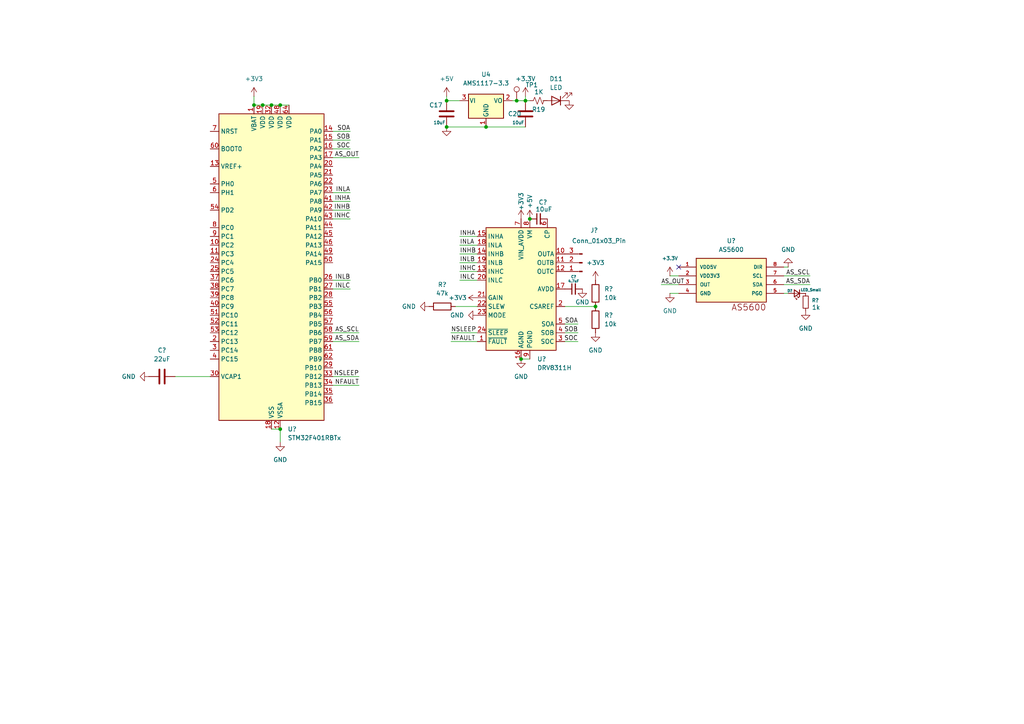
<source format=kicad_sch>
(kicad_sch (version 20250114) (generator "eeschema") (generator_version "9.0")
  (paper "A4")
  (title_block (title "FOC Controller"))
  (lib_symbols
    (symbol "+3.3V_1" (power) (pin_numbers (hide yes)) (pin_names (offset 0) (hide yes))
      (property "Value" "+3.3V" (at 0 3.556 0))
      (symbol "+3.3V_1_0_1"
        (polyline (pts (xy -0.762 1.27) (xy 0 2.54)))
        (polyline (pts (xy 0 2.54) (xy 0.762 1.27)))
        (polyline (pts (xy 0 0) (xy 0 2.54)))
      )
      (symbol "+3.3V_1_1_1"
        (pin power_in line (at 0 0 90) (length 0) (name "~") (number "1"))
      )
    )
    (symbol "AS5600:AS5600" (pin_names (offset 1.016))
      (property "Reference" "U" (at 0 0 0))
      (property "Value" "AS5600" (at 0 0 0))
      (symbol "AS5600_0_0"
        (rectangle (start -10.16 -7.62) (end 10.16 5.08) (stroke (width 0.254)) (fill (type background)))
        (text "AS5600" (at 0 -10.16 0) (effects (font (size 1.778 1.778)) (justify left bottom)))
        (pin power_in line (at -15.24 2.54 0) (length 5.08) (name "VDD5V") (number "1"))
        (pin power_in line (at -15.24 0 0) (length 5.08) (name "VDD3V3") (number "2"))
        (pin output line (at -15.24 -2.54 0) (length 5.08) (name "OUT") (number "3"))
        (pin power_in line (at -15.24 -5.08 0) (length 5.08) (name "GND") (number "4"))
        (pin input line (at 15.24 2.54 180) (length 5.08) (name "DIR") (number "8"))
        (pin input line (at 15.24 0 180) (length 5.08) (name "SCL") (number "7"))
        (pin bidirectional line (at 15.24 -2.54 180) (length 5.08) (name "SDA") (number "6"))
        (pin input line (at 15.24 -5.08 180) (length 5.08) (name "PGO") (number "5"))
      )
    )
    (symbol "Connector:Conn_01x03_Pin" (pin_names (offset 1.016) (hide yes))
      (property "Reference" "J" (at 0 5.08 0))
      (property "Value" "Conn_01x03_Pin" (at 0 -5.08 0))
      (symbol "Conn_01x03_Pin_1_1"
        (rectangle (start 0.8636 2.667) (end 0 2.413) (stroke (width 0.1524)) (fill (type outline)))
        (rectangle (start 0.8636 0.127) (end 0 -0.127) (stroke (width 0.1524)) (fill (type outline)))
        (rectangle (start 0.8636 -2.413) (end 0 -2.667) (stroke (width 0.1524)) (fill (type outline)))
        (polyline (pts (xy 1.27 2.54) (xy 0.8636 2.54)) (stroke (width 0.1524)))
        (polyline (pts (xy 1.27 0) (xy 0.8636 0)) (stroke (width 0.1524)))
        (polyline (pts (xy 1.27 -2.54) (xy 0.8636 -2.54)) (stroke (width 0.1524)))
        (pin passive line (at 5.08 2.54 180) (length 3.81) (name "Pin_1") (number "1"))
        (pin passive line (at 5.08 0 180) (length 3.81) (name "Pin_2") (number "2"))
        (pin passive line (at 5.08 -2.54 180) (length 3.81) (name "Pin_3") (number "3"))
      )
    )
    (symbol "Connector:TestPoint" (pin_numbers (hide yes)) (pin_names (offset 0.762) (hide yes))
      (property "Reference" "TP" (at 0 6.858 0))
      (property "Value" "TestPoint" (at 0 5.08 0))
      (symbol "TestPoint_0_1"
        (circle (center 0 3.302) (radius 0.762))
      )
      (symbol "TestPoint_1_1"
        (pin passive line (at 0 0 90) (length 2.54) (name "1") (number "1"))
      )
    )
    (symbol "Device:C" (pin_numbers (hide yes)) (pin_names (offset 0.254))
      (property "Reference" "C" (at 0.635 2.54 0))
      (property "Value" "C" (at 0.635 -2.54 0))
      (symbol "C_0_1"
        (polyline (pts (xy -2.032 0.762) (xy 2.032 0.762)) (stroke (width 0.508)))
        (polyline (pts (xy -2.032 -0.762) (xy 2.032 -0.762)) (stroke (width 0.508)))
      )
      (symbol "C_1_1"
        (pin passive line (at 0 3.81 270) (length 2.794) (name "~") (number "1"))
        (pin passive line (at 0 -3.81 90) (length 2.794) (name "~") (number "2"))
      )
    )
    (symbol "Device:C_Small" (pin_numbers (hide yes)) (pin_names (offset 0.254) (hide yes))
      (property "Reference" "C" (at 0.254 1.778 0))
      (property "Value" "C_Small" (at 0.254 -2.032 0))
      (symbol "C_Small_0_1"
        (polyline (pts (xy -1.524 0.508) (xy 1.524 0.508)) (stroke (width 0.3048)))
        (polyline (pts (xy -1.524 -0.508) (xy 1.524 -0.508)) (stroke (width 0.3302)))
      )
      (symbol "C_Small_1_1"
        (pin passive line (at 0 2.54 270) (length 2.032) (name "~") (number "1"))
        (pin passive line (at 0 -2.54 90) (length 2.032) (name "~") (number "2"))
      )
    )
    (symbol "Device:LED" (pin_numbers (hide yes)) (pin_names (offset 1.016) (hide yes))
      (property "Reference" "D" (at 0 2.54 0))
      (property "Value" "LED" (at 0 -2.54 0))
      (symbol "LED_0_1"
        (polyline (pts (xy -3.048 -0.762) (xy -4.572 -2.286) (xy -3.81 -2.286) (xy -4.572 -2.286) (xy -4.572 -1.524)))
        (polyline (pts (xy -1.778 -0.762) (xy -3.302 -2.286) (xy -2.54 -2.286) (xy -3.302 -2.286) (xy -3.302 -1.524)))
        (polyline (pts (xy -1.27 0) (xy 1.27 0)))
        (polyline (pts (xy -1.27 -1.27) (xy -1.27 1.27)) (stroke (width 0.254)))
        (polyline (pts (xy 1.27 -1.27) (xy 1.27 1.27) (xy -1.27 0) (xy 1.27 -1.27)) (stroke (width 0.254)))
      )
      (symbol "LED_1_1"
        (pin passive line (at -3.81 0 0) (length 2.54) (name "K") (number "1"))
        (pin passive line (at 3.81 0 180) (length 2.54) (name "A") (number "2"))
      )
    )
    (symbol "Device:LED_Small" (pin_numbers (hide yes)) (pin_names (offset 0.254) (hide yes))
      (property "Reference" "D" (at -1.27 3.175 0))
      (property "Value" "LED_Small" (at -4.445 -2.54 0))
      (symbol "LED_Small_0_1"
        (polyline (pts (xy -0.762 -1.016) (xy -0.762 1.016)) (stroke (width 0.254)))
        (polyline (pts (xy 0 0.762) (xy -0.508 1.27) (xy -0.254 1.27) (xy -0.508 1.27) (xy -0.508 1.016)))
        (polyline (pts (xy 0.508 1.27) (xy 0 1.778) (xy 0.254 1.778) (xy 0 1.778) (xy 0 1.524)))
        (polyline (pts (xy 0.762 -1.016) (xy -0.762 0) (xy 0.762 1.016) (xy 0.762 -1.016)) (stroke (width 0.254)))
        (polyline (pts (xy 1.016 0) (xy -0.762 0)))
      )
      (symbol "LED_Small_1_1"
        (pin passive line (at -2.54 0 0) (length 1.778) (name "K") (number "1"))
        (pin passive line (at 2.54 0 180) (length 1.778) (name "A") (number "2"))
      )
    )
    (symbol "Device:R" (pin_numbers (hide yes)) (pin_names (offset 0))
      (property "Reference" "R" (at 2.032 0 90))
      (property "Value" "R" (at 0 0 90))
      (symbol "R_0_1"
        (rectangle (start -1.016 -2.54) (end 1.016 2.54) (stroke (width 0.254)))
      )
      (symbol "R_1_1"
        (pin passive line (at 0 3.81 270) (length 1.27) (name "~") (number "1"))
        (pin passive line (at 0 -3.81 90) (length 1.27) (name "~") (number "2"))
      )
    )
    (symbol "Device:R_Small" (pin_numbers (hide yes)) (pin_names (offset 0.254) (hide yes))
      (property "Reference" "R" (at 0 0 90))
      (property "Value" "R_Small" (at 1.778 0 90))
      (symbol "R_Small_0_1"
        (rectangle (start -0.762 1.778) (end 0.762 -1.778) (stroke (width 0.2032)))
      )
      (symbol "R_Small_1_1"
        (pin passive line (at 0 2.54 270) (length 0.762) (name "~") (number "1"))
        (pin passive line (at 0 -2.54 90) (length 0.762) (name "~") (number "2"))
      )
    )
    (symbol "Device:R_Small_US" (pin_numbers (hide yes)) (pin_names (offset 0.254) (hide yes))
      (property "Reference" "R" (at 0.762 0.508 0))
      (property "Value" "R_Small_US" (at 0.762 -1.016 0))
      (symbol "R_Small_US_1_1"
        (polyline (pts (xy 0 1.524) (xy 1.016 1.143) (xy 0 0.762) (xy -1.016 0.381) (xy 0 0)))
        (polyline (pts (xy 0 0) (xy 1.016 -0.381) (xy 0 -0.762) (xy -1.016 -1.143) (xy 0 -1.524)))
        (pin passive line (at 0 2.54 270) (length 1.016) (name "~") (number "1"))
        (pin passive line (at 0 -2.54 90) (length 1.016) (name "~") (number "2"))
      )
    )
    (symbol "Driver_Motor:DRV8311H"
      (property "Reference" "U" (at -9.652 19.05 0))
      (property "Value" "DRV8311H" (at 9.652 19.05 0))
      (symbol "DRV8311H_0_1"
        (rectangle (start -10.16 17.78) (end 10.16 -17.78) (stroke (width 0.254)) (fill (type background)))
      )
      (symbol "DRV8311H_1_1"
        (pin input line (at -12.7 15.24 0) (length 2.54) (name "INHA") (number "15"))
        (pin input line (at -12.7 12.7 0) (length 2.54) (name "INLA") (number "18"))
        (pin input line (at -12.7 10.16 0) (length 2.54) (name "INHB") (number "14"))
        (pin input line (at -12.7 7.62 0) (length 2.54) (name "INLB") (number "19"))
        (pin input line (at -12.7 5.08 0) (length 2.54) (name "INHC") (number "13"))
        (pin input line (at -12.7 2.54 0) (length 2.54) (name "INLC") (number "20"))
        (pin input line (at -12.7 -2.54 0) (length 2.54) (name "GAIN") (number "21"))
        (pin input line (at -12.7 -5.08 0) (length 2.54) (name "SLEW") (number "22"))
        (pin input line (at -12.7 -7.62 0) (length 2.54) (name "MODE") (number "23"))
        (pin input line (at -12.7 -12.7 0) (length 2.54) (name "~{SLEEP}") (number "24"))
        (pin open_collector line (at -12.7 -15.24 0) (length 2.54) (name "~{FAULT}") (number "1"))
        (pin power_in line (at 0 20.32 270) (length 2.54) (name "VIN_AVDD") (number "7"))
        (pin power_in line (at 0 -20.32 90) (length 2.54) (name "AGND") (number "16"))
        (pin power_in line (at 2.54 20.32 270) (length 2.54) (name "VM") (number "8"))
        (pin passive line (at 2.54 -20.32 90) (length 2.54) (hide yes) (name "PGND") (number "25"))
        (pin power_in line (at 2.54 -20.32 90) (length 2.54) (name "PGND") (number "9"))
        (pin input line (at 7.62 20.32 270) (length 2.54) (name "CP") (number "6"))
        (pin tri_state line (at 12.7 10.16 180) (length 2.54) (name "OUTA") (number "10"))
        (pin tri_state line (at 12.7 7.62 180) (length 2.54) (name "OUTB") (number "11"))
        (pin tri_state line (at 12.7 5.08 180) (length 2.54) (name "OUTC") (number "12"))
        (pin power_out line (at 12.7 0 180) (length 2.54) (name "AVDD") (number "17"))
        (pin input line (at 12.7 -5.08 180) (length 2.54) (name "CSAREF") (number "2"))
        (pin output line (at 12.7 -10.16 180) (length 2.54) (name "SOA") (number "5"))
        (pin output line (at 12.7 -12.7 180) (length 2.54) (name "SOB") (number "4"))
        (pin output line (at 12.7 -15.24 180) (length 2.54) (name "SOC") (number "3"))
      )
    )
    (symbol "MCU_ST_STM32F4:STM32F401RBTx"
      (property "Reference" "U" (at -15.24 46.99 0))
      (property "Value" "STM32F401RBTx" (at 7.62 46.99 0))
      (symbol "STM32F401RBTx_0_1"
        (rectangle (start -15.24 -43.18) (end 15.24 45.72) (stroke (width 0.254)) (fill (type background)))
      )
      (symbol "STM32F401RBTx_1_1"
        (pin input line (at -17.78 40.64 0) (length 2.54) (name "NRST") (number "7"))
        (pin input line (at -17.78 35.56 0) (length 2.54) (name "BOOT0") (number "60"))
        (pin input line (at -17.78 30.48 0) (length 2.54) (name "VREF+") (number "13"))
        (pin bidirectional line (at -17.78 25.4 0) (length 2.54) (name "PH0") (number "5"))
        (pin bidirectional line (at -17.78 22.86 0) (length 2.54) (name "PH1") (number "6"))
        (pin bidirectional line (at -17.78 17.78 0) (length 2.54) (name "PD2") (number "54"))
        (pin bidirectional line (at -17.78 12.7 0) (length 2.54) (name "PC0") (number "8"))
        (pin bidirectional line (at -17.78 10.16 0) (length 2.54) (name "PC1") (number "9"))
        (pin bidirectional line (at -17.78 7.62 0) (length 2.54) (name "PC2") (number "10"))
        (pin bidirectional line (at -17.78 5.08 0) (length 2.54) (name "PC3") (number "11"))
        (pin bidirectional line (at -17.78 2.54 0) (length 2.54) (name "PC4") (number "24"))
        (pin bidirectional line (at -17.78 0 0) (length 2.54) (name "PC5") (number "25"))
        (pin bidirectional line (at -17.78 -2.54 0) (length 2.54) (name "PC6") (number "37"))
        (pin bidirectional line (at -17.78 -5.08 0) (length 2.54) (name "PC7") (number "38"))
        (pin bidirectional line (at -17.78 -7.62 0) (length 2.54) (name "PC8") (number "39"))
        (pin bidirectional line (at -17.78 -10.16 0) (length 2.54) (name "PC9") (number "40"))
        (pin bidirectional line (at -17.78 -12.7 0) (length 2.54) (name "PC10") (number "51"))
        (pin bidirectional line (at -17.78 -15.24 0) (length 2.54) (name "PC11") (number "52"))
        (pin bidirectional line (at -17.78 -17.78 0) (length 2.54) (name "PC12") (number "53"))
        (pin bidirectional line (at -17.78 -20.32 0) (length 2.54) (name "PC13") (number "2"))
        (pin bidirectional line (at -17.78 -22.86 0) (length 2.54) (name "PC14") (number "3"))
        (pin bidirectional line (at -17.78 -25.4 0) (length 2.54) (name "PC15") (number "4"))
        (pin power_out line (at -17.78 -30.48 0) (length 2.54) (name "VCAP1") (number "30"))
        (pin power_in line (at -5.08 48.26 270) (length 2.54) (name "VBAT") (number "1"))
        (pin power_in line (at -2.54 48.26 270) (length 2.54) (name "VDD") (number "19"))
        (pin power_in line (at 0 48.26 270) (length 2.54) (name "VDD") (number "32"))
        (pin power_in line (at 0 -45.72 90) (length 2.54) (name "VSS") (number "18"))
        (pin passive line (at 0 -45.72 90) (length 2.54) (hide yes) (name "VSS") (number "31"))
        (pin passive line (at 0 -45.72 90) (length 2.54) (hide yes) (name "VSS") (number "47"))
        (pin passive line (at 0 -45.72 90) (length 2.54) (hide yes) (name "VSS") (number "63"))
        (pin power_in line (at 2.54 48.26 270) (length 2.54) (name "VDD") (number "48"))
        (pin power_in line (at 2.54 -45.72 90) (length 2.54) (name "VSSA") (number "12"))
        (pin power_in line (at 5.08 48.26 270) (length 2.54) (name "VDD") (number "64"))
        (pin bidirectional line (at 17.78 40.64 180) (length 2.54) (name "PA0") (number "14"))
        (pin bidirectional line (at 17.78 38.1 180) (length 2.54) (name "PA1") (number "15"))
        (pin bidirectional line (at 17.78 35.56 180) (length 2.54) (name "PA2") (number "16"))
        (pin bidirectional line (at 17.78 33.02 180) (length 2.54) (name "PA3") (number "17"))
        (pin bidirectional line (at 17.78 30.48 180) (length 2.54) (name "PA4") (number "20"))
        (pin bidirectional line (at 17.78 27.94 180) (length 2.54) (name "PA5") (number "21"))
        (pin bidirectional line (at 17.78 25.4 180) (length 2.54) (name "PA6") (number "22"))
        (pin bidirectional line (at 17.78 22.86 180) (length 2.54) (name "PA7") (number "23"))
        (pin bidirectional line (at 17.78 20.32 180) (length 2.54) (name "PA8") (number "41"))
        (pin bidirectional line (at 17.78 17.78 180) (length 2.54) (name "PA9") (number "42"))
        (pin bidirectional line (at 17.78 15.24 180) (length 2.54) (name "PA10") (number "43"))
        (pin bidirectional line (at 17.78 12.7 180) (length 2.54) (name "PA11") (number "44"))
        (pin bidirectional line (at 17.78 10.16 180) (length 2.54) (name "PA12") (number "45"))
        (pin bidirectional line (at 17.78 7.62 180) (length 2.54) (name "PA13") (number "46"))
        (pin bidirectional line (at 17.78 5.08 180) (length 2.54) (name "PA14") (number "49"))
        (pin bidirectional line (at 17.78 2.54 180) (length 2.54) (name "PA15") (number "50"))
        (pin bidirectional line (at 17.78 -2.54 180) (length 2.54) (name "PB0") (number "26"))
        (pin bidirectional line (at 17.78 -5.08 180) (length 2.54) (name "PB1") (number "27"))
        (pin bidirectional line (at 17.78 -7.62 180) (length 2.54) (name "PB2") (number "28"))
        (pin bidirectional line (at 17.78 -10.16 180) (length 2.54) (name "PB3") (number "55"))
        (pin bidirectional line (at 17.78 -12.7 180) (length 2.54) (name "PB4") (number "56"))
        (pin bidirectional line (at 17.78 -15.24 180) (length 2.54) (name "PB5") (number "57"))
        (pin bidirectional line (at 17.78 -17.78 180) (length 2.54) (name "PB6") (number "58"))
        (pin bidirectional line (at 17.78 -20.32 180) (length 2.54) (name "PB7") (number "59"))
        (pin bidirectional line (at 17.78 -22.86 180) (length 2.54) (name "PB8") (number "61"))
        (pin bidirectional line (at 17.78 -25.4 180) (length 2.54) (name "PB9") (number "62"))
        (pin bidirectional line (at 17.78 -27.94 180) (length 2.54) (name "PB10") (number "29"))
        (pin bidirectional line (at 17.78 -30.48 180) (length 2.54) (name "PB12") (number "33"))
        (pin bidirectional line (at 17.78 -33.02 180) (length 2.54) (name "PB13") (number "34"))
        (pin bidirectional line (at 17.78 -35.56 180) (length 2.54) (name "PB14") (number "35"))
        (pin bidirectional line (at 17.78 -38.1 180) (length 2.54) (name "PB15") (number "36"))
      )
    )
    (symbol "Regulator_Linear:AMS1117-3.3" (pin_names (offset 0.254))
      (property "Reference" "U" (at -3.81 3.175 0))
      (property "Value" "AMS1117-3.3" (at 0 3.175 0))
      (symbol "AMS1117-3.3_0_1"
        (rectangle (start -5.08 -5.08) (end 5.08 1.905) (stroke (width 0.254)) (fill (type background)))
      )
      (symbol "AMS1117-3.3_1_1"
        (pin power_in line (at -7.62 0 0) (length 2.54) (name "VI") (number "3"))
        (pin power_in line (at 0 -7.62 90) (length 2.54) (name "GND") (number "1"))
        (pin power_out line (at 7.62 0 180) (length 2.54) (name "VO") (number "2"))
      )
    )
    (symbol "power:+3.3V" (power) (pin_names (offset 0))
      (property "Value" "+3.3V" (at 0 3.556 0))
      (symbol "+3.3V_0_1"
        (polyline (pts (xy -0.762 1.27) (xy 0 2.54)))
        (polyline (pts (xy 0 2.54) (xy 0.762 1.27)))
        (polyline (pts (xy 0 0) (xy 0 2.54)))
      )
      (symbol "+3.3V_1_1"
        (pin power_in line (at 0 0 90) (length 0) (hide yes) (name "+3.3V") (number "1"))
      )
    )
    (symbol "power:+3V3" (power) (pin_numbers (hide yes)) (pin_names (offset 0) (hide yes))
      (property "Value" "+3V3" (at 0 3.556 0))
      (symbol "+3V3_0_1"
        (polyline (pts (xy -0.762 1.27) (xy 0 2.54)))
        (polyline (pts (xy 0 2.54) (xy 0.762 1.27)))
        (polyline (pts (xy 0 0) (xy 0 2.54)))
      )
      (symbol "+3V3_1_1"
        (pin power_in line (at 0 0 90) (length 0) (name "~") (number "1"))
      )
    )
    (symbol "power:+5V" (power) (pin_numbers (hide yes)) (pin_names (offset 0) (hide yes))
      (property "Value" "+5V" (at 0 3.556 0))
      (symbol "+5V_0_1"
        (polyline (pts (xy -0.762 1.27) (xy 0 2.54)))
        (polyline (pts (xy 0 2.54) (xy 0.762 1.27)))
        (polyline (pts (xy 0 0) (xy 0 2.54)))
      )
      (symbol "+5V_1_1"
        (pin power_in line (at 0 0 90) (length 0) (name "~") (number "1"))
      )
    )
    (symbol "power:GND" (power) (pin_numbers (hide yes)) (pin_names (offset 0) (hide yes))
      (property "Value" "GND" (at 0 -3.81 0))
      (symbol "GND_0_1"
        (polyline (pts (xy 0 0) (xy 0 -1.27) (xy 1.27 -1.27) (xy 0 -2.54) (xy -1.27 -1.27) (xy 0 -1.27)))
      )
      (symbol "GND_1_1"
        (pin power_in line (at 0 0 270) (length 0) (name "~") (number "1"))
      )
    )
  )
  (junction (at 153.67 63.5))
  (junction (at 172.72 88.9))
  (junction (at 76.2 30.48))
  (junction (at 78.74 30.48))
  (junction (at 81.28 30.48))
  (junction (at 81.28 124.46))
  (junction (at 129.54 29.21))
  (junction (at 140.97 36.83))
  (junction (at 151.13 104.14))
  (junction (at 73.66 30.48))
  (junction (at 129.54 36.83))
  (junction (at 149.86 29.21))
  (junction (at 152.4 29.21))
  (no_connect (at 196.85 77.47))
  (wire (pts (xy 194.31 80.01) (xy 196.85 80.01)))
  (wire (pts (xy 96.52 96.52) (xy 104.14 96.52)))
  (wire (pts (xy 96.52 63.5) (xy 101.6 63.5)))
  (wire (pts (xy 96.52 38.1) (xy 101.6 38.1)))
  (wire (pts (xy 78.74 124.46) (xy 81.28 124.46)))
  (wire (pts (xy 81.28 124.46) (xy 81.28 128.27)))
  (wire (pts (xy 167.64 99.06) (xy 163.83 99.06)))
  (wire (pts (xy 96.52 45.72) (xy 104.14 45.72)))
  (wire (pts (xy 96.52 43.18) (xy 101.6 43.18)))
  (wire (pts (xy 151.13 104.14) (xy 153.67 104.14)))
  (wire (pts (xy 163.83 88.9) (xy 172.72 88.9)))
  (wire (pts (xy 152.4 27.94) (xy 152.4 29.21)))
  (wire (pts (xy 129.54 27.94) (xy 129.54 29.21)))
  (wire (pts (xy 227.33 85.09) (xy 228.6 85.09)))
  (wire (pts (xy 167.64 96.52) (xy 163.83 96.52)))
  (wire (pts (xy 157.48 29.21) (xy 158.75 29.21)))
  (wire (pts (xy 133.35 73.66) (xy 138.43 73.66)))
  (wire (pts (xy 96.52 60.96) (xy 101.6 60.96)))
  (wire (pts (xy 234.95 82.55) (xy 227.33 82.55)))
  (wire (pts (xy 76.2 30.48) (xy 78.74 30.48)))
  (wire (pts (xy 129.54 29.21) (xy 133.35 29.21)))
  (wire (pts (xy 73.66 27.94) (xy 73.66 30.48)))
  (wire (pts (xy 234.95 80.01) (xy 227.33 80.01)))
  (wire (pts (xy 101.6 81.28) (xy 96.52 81.28)))
  (wire (pts (xy 133.35 81.28) (xy 138.43 81.28)))
  (wire (pts (xy 130.81 96.52) (xy 138.43 96.52)))
  (wire (pts (xy 81.28 30.48) (xy 83.82 30.48)))
  (wire (pts (xy 78.74 30.48) (xy 81.28 30.48)))
  (wire (pts (xy 167.64 93.98) (xy 163.83 93.98)))
  (wire (pts (xy 133.35 76.2) (xy 138.43 76.2)))
  (wire (pts (xy 129.54 36.83) (xy 140.97 36.83)))
  (wire (pts (xy 96.52 99.06) (xy 104.14 99.06)))
  (wire (pts (xy 132.08 88.9) (xy 138.43 88.9)))
  (wire (pts (xy 50.8 109.22) (xy 60.96 109.22)))
  (wire (pts (xy 133.35 71.12) (xy 138.43 71.12)))
  (wire (pts (xy 96.52 58.42) (xy 101.6 58.42)))
  (wire (pts (xy 191.77 82.55) (xy 196.85 82.55)))
  (wire (pts (xy 133.35 78.74) (xy 138.43 78.74)))
  (wire (pts (xy 96.52 55.88) (xy 101.6 55.88)))
  (wire (pts (xy 104.14 111.76) (xy 96.52 111.76)))
  (wire (pts (xy 227.33 77.47) (xy 228.6 77.47)))
  (wire (pts (xy 140.97 36.83) (xy 152.4 36.83)))
  (wire (pts (xy 104.14 109.22) (xy 96.52 109.22)))
  (wire (pts (xy 96.52 40.64) (xy 101.6 40.64)))
  (wire (pts (xy 153.67 29.21) (xy 152.4 29.21)))
  (wire (pts (xy 101.6 83.82) (xy 96.52 83.82)))
  (wire (pts (xy 73.66 30.48) (xy 76.2 30.48)))
  (wire (pts (xy 194.31 85.09) (xy 196.85 85.09)))
  (wire (pts (xy 133.35 68.58) (xy 138.43 68.58)))
  (wire (pts (xy 130.81 99.06) (xy 138.43 99.06)))
  (wire (pts (xy 148.59 29.21) (xy 149.86 29.21)))
  (wire (pts (xy 149.86 29.21) (xy 152.4 29.21)))
  (label "INHA" (at 133.35 68.58 0))
  (label "INLA" (at 133.35 71.12 0))
  (label "SOA" (at 101.6 38.1 180))
  (label "SOB" (at 167.64 96.52 180))
  (label "INHB" (at 133.35 73.66 0))
  (label "NSLEEP" (at 104.14 109.22 180))
  (label "INHA" (at 101.6 58.42 180))
  (label "AS_SDA" (at 234.95 82.55 180))
  (label "AS_SCL" (at 104.14 96.52 180))
  (label "AS_OUT" (at 104.14 45.72 180))
  (label "AS_SDA" (at 104.14 99.06 180))
  (label "AS_SCL" (at 234.95 80.01 180))
  (label "INLB" (at 133.35 76.2 0))
  (label "INLB" (at 101.6 81.28 180))
  (label "AS_OUT" (at 191.77 82.55 0) (effects (font (size 1.2 1.2))))
  (label "SOB" (at 101.6 40.64 180))
  (label "INLC" (at 133.35 81.28 0))
  (label "NSLEEP" (at 130.81 96.52 0))
  (label "SOC" (at 101.6 43.18 180))
  (label "INLC" (at 101.6 83.82 180))
  (label "INLA" (at 101.6 55.88 180))
  (label "INHB" (at 101.6 60.96 180))
  (label "NFAULT" (at 104.14 111.76 180))
  (label "INHC" (at 101.6 63.5 180))
  (label "SOC" (at 167.64 99.06 180))
  (label "SOA" (at 167.64 93.98 180))
  (label "INHC" (at 133.35 78.74 0))
  (label "NFAULT" (at 130.81 99.06 0))
  (symbol (lib_id "Driver_Motor:DRV8311H") (at 151.13 83.82 0) (unit 1)
    (property "Reference" "U?" (at 155.8133 104.14 0) (effects (justify left)))
    (property "Value" "DRV8311H" (at 155.8133 106.68 0) (effects (justify left)))
    (property "Footprint" "Package_DFN_QFN:Texas_RRW0024A_WQFN-24-1EP_3x3mm_P0.4mm_EP1.9x1.9mm" (effects (hide yes)))
    (property "Datasheet" "https://www.ti.com/lit/ds/symlink/drv8311.pdf" (effects (hide yes)))
    (property "Description" "Three-Phase PWM Motor Driver, 3-20V supply, 5A peak current, hardware interface, WQFN-24" (effects (hide yes)))
    (property private "KLC_S4.4_AVDD" "This is the output of the 3.3V internal regulator" (effects (hide yes)))
  )
  (symbol (lib_id "power:GND") (at 124.46 88.9 270) (unit 1)
    (property "Reference" "#PWR08" (effects (hide yes)))
    (property "Value" "GND" (at 120.65 88.8999 90) (effects (justify right)))
    (property "Description" "Power symbol creates a global label with name \"GND\" , ground" (effects (hide yes)))
  )
  (symbol (lib_id "MCU_ST_STM32F4:STM32F401RBTx") (at 78.74 78.74 0) (unit 1)
    (property "Reference" "U?" (at 83.4233 124.46 0) (effects (justify left)))
    (property "Value" "STM32F401RBTx" (at 83.4233 127 0) (effects (justify left)))
    (property "Footprint" "Package_QFP:LQFP-64_10x10mm_P0.5mm" (effects (hide yes)))
    (property "Datasheet" "https://www.st.com/resource/en/datasheet/stm32f401rb.pdf" (effects (hide yes)))
    (property "Description" "STMicroelectronics Arm Cortex-M4 MCU, 128KB flash, 64KB RAM, 84 MHz, 1.7-3.6V, 50 GPIO, LQFP64" (effects (hide yes)))
  )
  (symbol (lib_id "AS5600:AS5600") (at 212.09 80.01 0) (unit 1)
    (property "Reference" "U?" (at 212.0974 69.85 0))
    (property "Value" "AS5600" (at 212.0974 72.39 0))
    (property "Footprint" "AS5600:SOIC8" (effects (hide yes)))
    (property "MF" "Ams AG" (effects (hide yes)))
    (property "Description_1" "Hall Effect Sensor Rotary Position External Magnet, Not Included Gull Wing" (effects (hide yes)))
    (property "Package" "None" (effects (hide yes)))
    (property "Price" "None" (effects (hide yes)))
    (property "SnapEDA_Link" "https://www.snapeda.com/parts/AS5600/ams/view-part/?ref=snap" (effects (hide yes)))
    (property "MP" "AS5600" (effects (hide yes)))
    (property "Availability" "Not in stock" (effects (hide yes)))
    (property "Check_prices" "https://www.snapeda.com/parts/AS5600/ams/view-part/?ref=eda" (effects (hide yes)))
  )
  (symbol (lib_id "Device:LED_Small") (at 231.14 85.09 180) (unit 1)
    (property "Reference" "D?" (at 229.108 84.328 0) (effects (font (size 0.75 0.75))))
    (property "Value" "LED_Small" (at 235.204 84.074 0) (effects (font (size 0.75 0.75))))
    (property "Description" "Light emitting diode, small symbol" (effects (hide yes)))
    (property "Sim.Pins" "1=K 2=A" (effects (hide yes)))
  )
  (symbol (lib_id "power:+5V") (at 153.67 63.5 0) (unit 1)
    (property "Reference" "#PWR012" (effects (hide yes)))
    (property "Value" "+5V" (at 153.67 58.42 90))
    (property "Description" "Power symbol creates a global label with name \"+5V\"" (effects (hide yes)))
  )
  (symbol (lib_id "Device:C_Small") (at 166.37 83.82 90) (unit 1)
    (property "Reference" "C?" (at 166.37 80.264 90) (effects (font (size 0.75 0.75))))
    (property "Value" "4.7uF" (at 166.37 81.534 90) (effects (font (size 0.75 0.75))))
    (property "Description" "Unpolarized capacitor, small symbol" (effects (hide yes)))
  )
  (symbol (lib_id "Device:R") (at 172.72 85.09 0) (unit 1)
    (property "Reference" "R?" (at 175.26 83.8199 0) (effects (justify left)))
    (property "Value" "10k" (at 175.26 86.3599 0) (effects (justify left)))
    (property "Description" "Resistor" (effects (hide yes)))
  )
  (symbol (lib_id "Connector:Conn_01x03_Pin") (at 168.91 76.2 180) (unit 1)
    (property "Reference" "J?" (at 171.196 66.802 0) (effects (justify right)))
    (property "Value" "Conn_01x03_Pin" (at 165.862 69.85 0) (effects (justify right)))
    (property "Description" "Generic connector, single row, 01x03, script generated" (effects (hide yes)))
  )
  (symbol (lib_id "power:GND") (at 172.72 96.52 0) (unit 1)
    (property "Reference" "#PWR05" (effects (hide yes)))
    (property "Value" "GND" (at 172.72 101.6 0))
    (property "Description" "Power symbol creates a global label with name \"GND\" , ground" (effects (hide yes)))
  )
  (symbol (lib_id "Device:LED") (at 161.29 29.21 180) (unit 1)
    (property "Reference" "D11" (at 161.29 22.86 0))
    (property "Value" "LED" (at 161.29 25.4 0))
    (property "Footprint" "LED_SMD:LED_0805_2012Metric_Pad1.15x1.40mm_HandSolder" (effects (hide yes)))
  )
  (symbol (lib_id "Device:C") (at 46.99 109.22 90) (unit 1)
    (property "Reference" "C?" (at 46.99 101.6 90))
    (property "Value" "22uF" (at 46.99 104.14 90))
    (property "Description" "Unpolarized capacitor" (effects (hide yes)))
  )
  (symbol (lib_id "power:GND") (at 129.54 36.83 0) (unit 1)
    (property "Reference" "#PWR0148" (effects (hide yes)))
    (property "Value" "GND" (effects (hide yes)))
  )
  (symbol (lib_id "power:GND") (at 138.43 91.44 270) (unit 1)
    (property "Reference" "#PWR06" (effects (hide yes)))
    (property "Value" "GND" (at 134.62 91.4399 90) (effects (justify right)))
    (property "Description" "Power symbol creates a global label with name \"GND\" , ground" (effects (hide yes)))
  )
  (symbol (lib_id "Device:R_Small") (at 233.68 87.63 180) (unit 1)
    (property "Reference" "R?" (at 235.458 87.122 0) (effects (font (size 1.016 1.016)) (justify right)))
    (property "Value" "1k" (at 235.458 89.154 0) (effects (justify right)))
    (property "Description" "Resistor, small symbol" (effects (hide yes)))
  )
  (symbol (lib_id "power:GND") (at 228.6 77.47 180) (unit 1)
    (property "Reference" "#PWR016" (effects (hide yes)))
    (property "Value" "GND" (at 228.6 72.39 0))
    (property "Description" "Power symbol creates a global label with name \"GND\" , ground" (effects (hide yes)))
  )
  (symbol (lib_id "Device:R_Small_US") (at 156.21 29.21 270) (unit 1)
    (property "Reference" "R19" (at 156.21 31.75 90))
    (property "Value" "1K" (at 154.94 26.67 90) (effects (justify left)))
    (property "Footprint" "Resistor_SMD:R_0805_2012Metric_Pad1.20x1.40mm_HandSolder" (effects (hide yes)))
  )
  (symbol (lib_id "power:GND") (at 233.68 90.17 0) (unit 1)
    (property "Reference" "#PWR017" (effects (hide yes)))
    (property "Value" "GND" (at 233.68 95.25 0))
    (property "Description" "Power symbol creates a global label with name \"GND\" , ground" (effects (hide yes)))
  )
  (symbol (lib_id "Device:C_Small") (at 156.21 63.5 90) (unit 1)
    (property "Reference" "C?" (at 157.48 58.674 90))
    (property "Value" "10uF" (at 157.734 60.706 90))
    (property "Description" "Unpolarized capacitor, small symbol" (effects (hide yes)))
  )
  (symbol (lib_id "power:+3.3V") (at 152.4 27.94 0) (unit 1)
    (property "Reference" "#PWR0154" (effects (hide yes)))
    (property "Value" "+3.3V" (at 152.4 22.86 0))
  )
  (symbol (lib_id "power:+3V3") (at 73.66 27.94 0) (unit 1)
    (property "Reference" "#PWR01" (effects (hide yes)))
    (property "Value" "+3V3" (at 73.66 22.86 0))
    (property "Description" "Power symbol creates a global label with name \"+3V3\"" (effects (hide yes)))
  )
  (symbol (lib_id "Device:C") (at 129.54 33.02 0) (unit 1)
    (property "Reference" "C17" (at 124.46 30.48 0) (effects (justify left)))
    (property "Value" "10uF" (at 125.73 35.56 0) (effects (font (size 0.9 0.9)) (justify left)))
    (property "Footprint" "Capacitor_SMD:C_0805_2012Metric_Pad1.18x1.45mm_HandSolder" (effects (hide yes)))
  )
  (symbol (lib_id "power:+3V3") (at 151.13 63.5 0) (unit 1)
    (property "Reference" "#PWR09" (effects (hide yes)))
    (property "Value" "+3V3" (at 151.13 58.42 90))
    (property "Description" "Power symbol creates a global label with name \"+3V3\"" (effects (hide yes)))
  )
  (symbol (lib_id "power:+3V3") (at 138.43 86.36 90) (unit 1)
    (property "Reference" "#PWR010" (effects (hide yes)))
    (property "Value" "+3V3" (at 135.382 86.36 90) (effects (justify left)))
    (property "Description" "Power symbol creates a global label with name \"+3V3\"" (effects (hide yes)))
  )
  (symbol (lib_id "power:GND") (at 151.13 104.14 0) (unit 1)
    (property "Reference" "#PWR07" (effects (hide yes)))
    (property "Value" "GND" (at 151.13 109.22 0))
    (property "Description" "Power symbol creates a global label with name \"GND\" , ground" (effects (hide yes)))
  )
  (symbol (lib_name "+3.3V_1") (lib_id "power:+3.3V") (at 194.31 80.01 0) (unit 1)
    (property "Reference" "#PWR014" (effects (hide yes)))
    (property "Value" "+3.3V" (at 194.31 74.93 0) (effects (font (size 1 1))))
    (property "Description" "Power symbol creates a global label with name \"+3.3V\"" (effects (hide yes)))
  )
  (symbol (lib_id "power:GND") (at 81.28 128.27 0) (unit 1)
    (property "Reference" "#PWR02" (effects (hide yes)))
    (property "Value" "GND" (at 81.28 133.35 0))
    (property "Description" "Power symbol creates a global label with name \"GND\" , ground" (effects (hide yes)))
  )
  (symbol (lib_id "Regulator_Linear:AMS1117-3.3") (at 140.97 29.21 0) (unit 1)
    (property "Reference" "U4" (at 140.97 21.59 0))
    (property "Value" "AMS1117-3.3" (at 140.97 24.13 0))
    (property "Footprint" "Package_TO_SOT_SMD:SOT-223-3_TabPin2" (effects (hide yes)))
    (property "Datasheet" "http://www.advanced-monolithic.com/pdf/ds1117.pdf" (effects (hide yes)))
  )
  (symbol (lib_id "Device:C") (at 152.4 33.02 0) (unit 1)
    (property "Reference" "C20" (at 147.32 33.02 0) (effects (justify left)))
    (property "Value" "10uF" (at 148.59 35.56 0) (effects (font (size 0.9 0.9)) (justify left)))
    (property "Footprint" "Capacitor_SMD:C_0805_2012Metric_Pad1.18x1.45mm_HandSolder" (effects (hide yes)))
  )
  (symbol (lib_id "power:GND") (at 168.91 83.82 0) (unit 1)
    (property "Reference" "#PWR013" (effects (hide yes)))
    (property "Value" "GND" (at 168.91 87.63 0))
    (property "Description" "Power symbol creates a global label with name \"GND\" , ground" (effects (hide yes)))
  )
  (symbol (lib_id "power:GND") (at 165.1 29.21 0) (unit 1)
    (property "Reference" "#PWR0153" (effects (hide yes)))
    (property "Value" "GND" (effects (hide yes)))
  )
  (symbol (lib_id "Device:R") (at 128.27 88.9 90) (unit 1)
    (property "Reference" "R?" (at 128.27 82.55 90))
    (property "Value" "47k" (at 128.27 85.09 90))
    (property "Description" "Resistor" (effects (hide yes)))
  )
  (symbol (lib_id "Connector:TestPoint") (at 149.86 29.21 0) (unit 1)
    (property "Reference" "TP1" (at 152.4 24.6379 0) (effects (justify left)))
    (property "Value" "TestPoint" (effects (hide yes)))
    (property "Footprint" "TestPoint:TestPoint_Keystone_5010-5014_Multipurpose" (effects (hide yes)))
  )
  (symbol (lib_id "Device:R") (at 172.72 92.71 0) (unit 1)
    (property "Reference" "R?" (at 175.26 91.4399 0) (effects (justify left)))
    (property "Value" "10k" (at 175.26 93.9799 0) (effects (justify left)))
    (property "Description" "Resistor" (effects (hide yes)))
  )
  (symbol (lib_id "power:GND") (at 43.18 109.22 270) (unit 1)
    (property "Reference" "#PWR03" (effects (hide yes)))
    (property "Value" "GND" (at 39.37 109.2199 90) (effects (justify right)))
    (property "Description" "Power symbol creates a global label with name \"GND\" , ground" (effects (hide yes)))
  )
  (symbol (lib_id "power:+5V") (at 129.54 27.94 0) (unit 1)
    (property "Reference" "#PWR011" (effects (hide yes)))
    (property "Value" "+5V" (at 129.54 22.86 0))
    (property "Description" "Power symbol creates a global label with name \"+5V\"" (effects (hide yes)))
  )
  (symbol (lib_id "power:GND") (at 194.31 85.09 0) (unit 1)
    (property "Reference" "#PWR015" (effects (hide yes)))
    (property "Value" "GND" (at 194.31 90.17 0))
    (property "Description" "Power symbol creates a global label with name \"GND\" , ground" (effects (hide yes)))
  )
  (symbol (lib_id "power:+3V3") (at 172.72 81.28 0) (unit 1)
    (property "Reference" "#PWR04" (effects (hide yes)))
    (property "Value" "+3V3" (at 172.72 76.2 0))
    (property "Description" "Power symbol creates a global label with name \"+3V3\"" (effects (hide yes)))
  )
)
</source>
